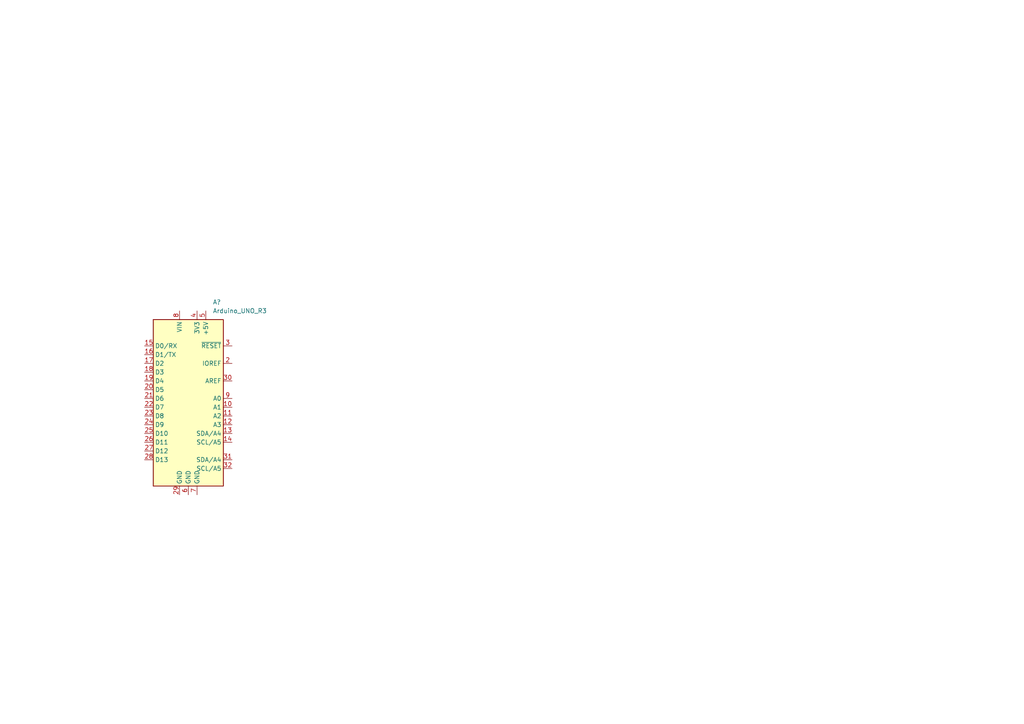
<source format=kicad_sch>
(kicad_sch (version 20211123) (generator eeschema)
  (paper "A4")
  (title_block (title "MEGR 3156 Team 3 Robot"))
  (lib_symbols
    (symbol "MCU_Module:Arduino_UNO_R3"
      (property "Reference" "A" (at -10.16 23.495 0))
      (property "Value" "Arduino_UNO_R3" (at 5.08 -26.67 0))
      (symbol "Arduino_UNO_R3_0_1"
        (rectangle (start -10.16 22.86) (end 10.16 -25.4) (stroke (width 0.254)) (fill (type background)))
      )
      (symbol "Arduino_UNO_R3_1_1"
        (pin no_connect line (at -10.16 -20.32 0) (length 2.54) hide (name "NC") (number "1"))
        (pin bidirectional line (at 12.7 -2.54 180) (length 2.54) (name "A1") (number "10"))
        (pin bidirectional line (at 12.7 -5.08 180) (length 2.54) (name "A2") (number "11"))
        (pin bidirectional line (at 12.7 -7.62 180) (length 2.54) (name "A3") (number "12"))
        (pin bidirectional line (at 12.7 -10.16 180) (length 2.54) (name "SDA/A4") (number "13"))
        (pin bidirectional line (at 12.7 -12.7 180) (length 2.54) (name "SCL/A5") (number "14"))
        (pin bidirectional line (at -12.7 15.24 0) (length 2.54) (name "D0/RX") (number "15"))
        (pin bidirectional line (at -12.7 12.7 0) (length 2.54) (name "D1/TX") (number "16"))
        (pin bidirectional line (at -12.7 10.16 0) (length 2.54) (name "D2") (number "17"))
        (pin bidirectional line (at -12.7 7.62 0) (length 2.54) (name "D3") (number "18"))
        (pin bidirectional line (at -12.7 5.08 0) (length 2.54) (name "D4") (number "19"))
        (pin output line (at 12.7 10.16 180) (length 2.54) (name "IOREF") (number "2"))
        (pin bidirectional line (at -12.7 2.54 0) (length 2.54) (name "D5") (number "20"))
        (pin bidirectional line (at -12.7 0 0) (length 2.54) (name "D6") (number "21"))
        (pin bidirectional line (at -12.7 -2.54 0) (length 2.54) (name "D7") (number "22"))
        (pin bidirectional line (at -12.7 -5.08 0) (length 2.54) (name "D8") (number "23"))
        (pin bidirectional line (at -12.7 -7.62 0) (length 2.54) (name "D9") (number "24"))
        (pin bidirectional line (at -12.7 -10.16 0) (length 2.54) (name "D10") (number "25"))
        (pin bidirectional line (at -12.7 -12.7 0) (length 2.54) (name "D11") (number "26"))
        (pin bidirectional line (at -12.7 -15.24 0) (length 2.54) (name "D12") (number "27"))
        (pin bidirectional line (at -12.7 -17.78 0) (length 2.54) (name "D13") (number "28"))
        (pin power_in line (at -2.54 -27.94 90) (length 2.54) (name "GND") (number "29"))
        (pin input line (at 12.7 15.24 180) (length 2.54) (name "~{RESET}") (number "3"))
        (pin input line (at 12.7 5.08 180) (length 2.54) (name "AREF") (number "30"))
        (pin bidirectional line (at 12.7 -17.78 180) (length 2.54) (name "SDA/A4") (number "31"))
        (pin bidirectional line (at 12.7 -20.32 180) (length 2.54) (name "SCL/A5") (number "32"))
        (pin power_out line (at 2.54 25.4 270) (length 2.54) (name "3V3") (number "4"))
        (pin power_out line (at 5.08 25.4 270) (length 2.54) (name "+5V") (number "5"))
        (pin power_in line (at 0 -27.94 90) (length 2.54) (name "GND") (number "6"))
        (pin power_in line (at 2.54 -27.94 90) (length 2.54) (name "GND") (number "7"))
        (pin power_in line (at -2.54 25.4 270) (length 2.54) (name "VIN") (number "8"))
        (pin bidirectional line (at 12.7 0 180) (length 2.54) (name "A0") (number "9"))
      )
    )
  )
  (symbol (lib_id "MCU_Module:Arduino_UNO_R3") (at 54.61 115.57 0) (unit 1)
    (property "Reference" "A?" (at 61.7094 87.63 0) (effects (justify left)))
    (property "Value" "Arduino_UNO_R3" (at 61.7094 90.17 0) (effects (justify left)))
    (property "Footprint" "Module:Arduino_UNO_R3" (effects hide))
    (property "Datasheet" "https://www.arduino.cc/en/Main/arduinoBoardUno" (effects hide))
  )
)
</source>
